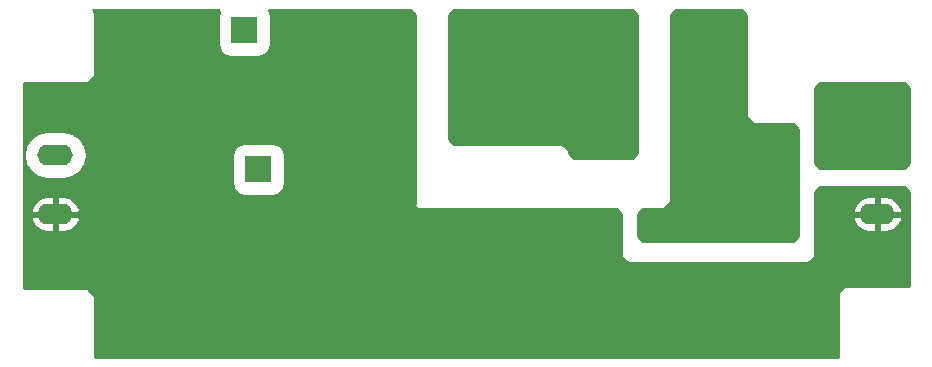
<source format=gbl>
G04 #@! TF.FileFunction,Copper,L2,Bot,Signal*
%FSLAX46Y46*%
G04 Gerber Fmt 4.6, Leading zero omitted, Abs format (unit mm)*
G04 Created by KiCad (PCBNEW 0.201602020917+6532~42~ubuntu15.04.1-product) date Fri 12 Feb 2016 04:20:17 PM EST*
%MOMM*%
G01*
G04 APERTURE LIST*
%ADD10C,0.100000*%
%ADD11O,3.000000X1.750000*%
%ADD12R,2.235200X2.235200*%
%ADD13C,1.000000*%
%ADD14C,0.250000*%
%ADD15C,0.254000*%
G04 APERTURE END LIST*
D10*
D11*
X105200000Y-75400000D03*
X105200000Y-80400000D03*
X35600000Y-75400000D03*
X35600000Y-80400000D03*
D12*
X51600000Y-64800000D03*
X52800000Y-76600000D03*
D13*
X87000000Y-89200000D03*
X85600000Y-89200000D03*
X62400000Y-77200000D03*
X60800000Y-77200000D03*
X62400000Y-74400000D03*
X60800000Y-74400000D03*
X61635000Y-75800000D03*
X97800000Y-85200000D03*
X96000000Y-85200000D03*
X91800000Y-85200000D03*
X90200000Y-85200000D03*
X75000000Y-83000000D03*
X75000000Y-81200000D03*
X46664275Y-80659155D03*
X48750370Y-80576976D03*
X41727936Y-80617757D03*
X43833714Y-80576195D03*
X96311650Y-76496480D03*
X97746271Y-76467202D03*
X91600000Y-77200000D03*
X90200000Y-77200000D03*
X88600000Y-73600000D03*
X88600000Y-71600000D03*
X88600000Y-69600000D03*
X88600000Y-67800000D03*
X88600000Y-66000000D03*
X87200000Y-80600000D03*
X85800000Y-80600000D03*
X69400000Y-73200000D03*
X69400000Y-70800000D03*
X69400000Y-65800000D03*
X69400000Y-68400000D03*
X78000000Y-73200000D03*
X78000000Y-70800000D03*
X78000000Y-65800000D03*
X78000000Y-68400000D03*
X76000000Y-65800000D03*
X73600000Y-65800000D03*
X71400000Y-65800000D03*
X76000000Y-70800000D03*
X71400000Y-70800000D03*
X76000000Y-73200000D03*
X73600000Y-73200000D03*
X71400000Y-73200000D03*
X76000000Y-68400000D03*
X73600000Y-68400000D03*
X71400000Y-68400000D03*
X73600000Y-70800000D03*
D14*
X96340928Y-76467202D02*
X96311650Y-76496480D01*
X97746271Y-76467202D02*
X96340928Y-76467202D01*
X90200000Y-77200000D02*
X91600000Y-77200000D01*
X88600000Y-69600000D02*
X88600000Y-71600000D01*
X88600000Y-66000000D02*
X88600000Y-67800000D01*
X85800000Y-80600000D02*
X87200000Y-80600000D01*
D15*
G36*
X94073000Y-63552606D02*
X94073000Y-72100000D01*
X94082667Y-72148601D01*
X94110197Y-72189803D01*
X94610197Y-72689803D01*
X94651399Y-72717333D01*
X94700000Y-72727000D01*
X98047394Y-72727000D01*
X98473000Y-73152606D01*
X98473000Y-82247394D01*
X98047394Y-82673000D01*
X85352606Y-82673000D01*
X84927000Y-82247394D01*
X84927000Y-80352606D01*
X85352606Y-79927000D01*
X87100000Y-79927000D01*
X87148601Y-79917333D01*
X87189803Y-79889803D01*
X87689803Y-79389803D01*
X87717333Y-79348601D01*
X87727000Y-79300000D01*
X87727000Y-63552606D01*
X88152606Y-63127000D01*
X93647394Y-63127000D01*
X94073000Y-63552606D01*
X94073000Y-63552606D01*
G37*
X94073000Y-63552606D02*
X94073000Y-72100000D01*
X94082667Y-72148601D01*
X94110197Y-72189803D01*
X94610197Y-72689803D01*
X94651399Y-72717333D01*
X94700000Y-72727000D01*
X98047394Y-72727000D01*
X98473000Y-73152606D01*
X98473000Y-82247394D01*
X98047394Y-82673000D01*
X85352606Y-82673000D01*
X84927000Y-82247394D01*
X84927000Y-80352606D01*
X85352606Y-79927000D01*
X87100000Y-79927000D01*
X87148601Y-79917333D01*
X87189803Y-79889803D01*
X87689803Y-79389803D01*
X87717333Y-79348601D01*
X87727000Y-79300000D01*
X87727000Y-63552606D01*
X88152606Y-63127000D01*
X93647394Y-63127000D01*
X94073000Y-63552606D01*
G36*
X84872172Y-63552469D02*
X84854651Y-75247262D01*
X84428274Y-75673000D01*
X79533429Y-75673000D01*
X79107823Y-75247394D01*
X79107823Y-75100000D01*
X79098156Y-75051399D01*
X79070626Y-75010197D01*
X78570626Y-74510197D01*
X78529424Y-74482667D01*
X78480823Y-74473000D01*
X69352606Y-74473000D01*
X68927000Y-74047394D01*
X68927000Y-63552606D01*
X69352606Y-63127000D01*
X84447339Y-63127000D01*
X84872172Y-63552469D01*
X84872172Y-63552469D01*
G37*
X84872172Y-63552469D02*
X84854651Y-75247262D01*
X84428274Y-75673000D01*
X79533429Y-75673000D01*
X79107823Y-75247394D01*
X79107823Y-75100000D01*
X79098156Y-75051399D01*
X79070626Y-75010197D01*
X78570626Y-74510197D01*
X78529424Y-74482667D01*
X78480823Y-74473000D01*
X69352606Y-74473000D01*
X68927000Y-74047394D01*
X68927000Y-63552606D01*
X69352606Y-63127000D01*
X84447339Y-63127000D01*
X84872172Y-63552469D01*
D14*
G36*
X49440296Y-63217072D02*
X49422673Y-63243447D01*
X49335360Y-63682400D01*
X49335360Y-65917600D01*
X49422673Y-66356553D01*
X49671320Y-66728680D01*
X50043447Y-66977327D01*
X50482400Y-67064640D01*
X52717600Y-67064640D01*
X53156553Y-66977327D01*
X53182928Y-66959704D01*
X66111612Y-79888388D01*
X66152165Y-79915485D01*
X66200000Y-79925000D01*
X83048224Y-79925000D01*
X83475000Y-80351776D01*
X83475000Y-83900000D01*
X83484515Y-83947835D01*
X83511612Y-83988388D01*
X84011612Y-84488388D01*
X84052165Y-84515485D01*
X84100000Y-84525000D01*
X99300000Y-84525000D01*
X99347835Y-84515485D01*
X99388388Y-84488388D01*
X99888388Y-83988388D01*
X99915485Y-83947835D01*
X99925000Y-83900000D01*
X99925000Y-80761194D01*
X103119136Y-80761194D01*
X103139815Y-80854844D01*
X103423123Y-81369443D01*
X103881794Y-81736453D01*
X104446000Y-81900000D01*
X105071000Y-81900000D01*
X105071000Y-80529000D01*
X105329000Y-80529000D01*
X105329000Y-81900000D01*
X105954000Y-81900000D01*
X106518206Y-81736453D01*
X106976877Y-81369443D01*
X107260185Y-80854844D01*
X107280864Y-80761194D01*
X107162544Y-80529000D01*
X105329000Y-80529000D01*
X105071000Y-80529000D01*
X103237456Y-80529000D01*
X103119136Y-80761194D01*
X99925000Y-80761194D01*
X99925000Y-80038806D01*
X103119136Y-80038806D01*
X103237456Y-80271000D01*
X105071000Y-80271000D01*
X105071000Y-78900000D01*
X105329000Y-78900000D01*
X105329000Y-80271000D01*
X107162544Y-80271000D01*
X107280864Y-80038806D01*
X107260185Y-79945156D01*
X106976877Y-79430557D01*
X106518206Y-79063547D01*
X105954000Y-78900000D01*
X105329000Y-78900000D01*
X105071000Y-78900000D01*
X104446000Y-78900000D01*
X103881794Y-79063547D01*
X103423123Y-79430557D01*
X103139815Y-79945156D01*
X103119136Y-80038806D01*
X99925000Y-80038806D01*
X99925000Y-78551776D01*
X100351776Y-78125000D01*
X107448224Y-78125000D01*
X107875000Y-78551776D01*
X107875000Y-86475000D01*
X102500000Y-86475000D01*
X102452165Y-86484515D01*
X102411612Y-86511612D01*
X101911612Y-87011612D01*
X101884515Y-87052165D01*
X101875000Y-87100000D01*
X101875000Y-92475000D01*
X38925000Y-92475000D01*
X38925000Y-87300000D01*
X38915485Y-87252165D01*
X38888388Y-87211612D01*
X38388388Y-86711612D01*
X38347835Y-86684515D01*
X38300000Y-86675000D01*
X32925000Y-86675000D01*
X32925000Y-80761194D01*
X33519136Y-80761194D01*
X33539815Y-80854844D01*
X33823123Y-81369443D01*
X34281794Y-81736453D01*
X34846000Y-81900000D01*
X35471000Y-81900000D01*
X35471000Y-80529000D01*
X35729000Y-80529000D01*
X35729000Y-81900000D01*
X36354000Y-81900000D01*
X36918206Y-81736453D01*
X37376877Y-81369443D01*
X37660185Y-80854844D01*
X37680864Y-80761194D01*
X37562544Y-80529000D01*
X35729000Y-80529000D01*
X35471000Y-80529000D01*
X33637456Y-80529000D01*
X33519136Y-80761194D01*
X32925000Y-80761194D01*
X32925000Y-80038806D01*
X33519136Y-80038806D01*
X33637456Y-80271000D01*
X35471000Y-80271000D01*
X35471000Y-78900000D01*
X35729000Y-78900000D01*
X35729000Y-80271000D01*
X37562544Y-80271000D01*
X37680864Y-80038806D01*
X37660185Y-79945156D01*
X37376877Y-79430557D01*
X36918206Y-79063547D01*
X36354000Y-78900000D01*
X35729000Y-78900000D01*
X35471000Y-78900000D01*
X34846000Y-78900000D01*
X34281794Y-79063547D01*
X33823123Y-79430557D01*
X33539815Y-79945156D01*
X33519136Y-80038806D01*
X32925000Y-80038806D01*
X32925000Y-75407174D01*
X33075814Y-76165367D01*
X33509359Y-76814214D01*
X34158206Y-77247759D01*
X34923573Y-77400000D01*
X36276427Y-77400000D01*
X37041794Y-77247759D01*
X37690641Y-76814214D01*
X38124186Y-76165367D01*
X38260036Y-75482400D01*
X50535360Y-75482400D01*
X50535360Y-77717600D01*
X50622673Y-78156553D01*
X50871320Y-78528680D01*
X51243447Y-78777327D01*
X51682400Y-78864640D01*
X53917600Y-78864640D01*
X54356553Y-78777327D01*
X54728680Y-78528680D01*
X54977327Y-78156553D01*
X55064640Y-77717600D01*
X55064640Y-75482400D01*
X54977327Y-75043447D01*
X54728680Y-74671320D01*
X54356553Y-74422673D01*
X53917600Y-74335360D01*
X51682400Y-74335360D01*
X51243447Y-74422673D01*
X50871320Y-74671320D01*
X50622673Y-75043447D01*
X50535360Y-75482400D01*
X38260036Y-75482400D01*
X38276427Y-75400000D01*
X38124186Y-74634633D01*
X37690641Y-73985786D01*
X37041794Y-73552241D01*
X36276427Y-73400000D01*
X34923573Y-73400000D01*
X34158206Y-73552241D01*
X33509359Y-73985786D01*
X33075814Y-74634633D01*
X32925000Y-75392826D01*
X32925000Y-69325000D01*
X38300000Y-69325000D01*
X38347835Y-69315485D01*
X38388388Y-69288388D01*
X38888388Y-68788388D01*
X38915485Y-68747835D01*
X38925000Y-68700000D01*
X38925000Y-63300000D01*
X38915485Y-63252165D01*
X38888388Y-63211612D01*
X38801776Y-63125000D01*
X49348224Y-63125000D01*
X49440296Y-63217072D01*
X49440296Y-63217072D01*
G37*
X49440296Y-63217072D02*
X49422673Y-63243447D01*
X49335360Y-63682400D01*
X49335360Y-65917600D01*
X49422673Y-66356553D01*
X49671320Y-66728680D01*
X50043447Y-66977327D01*
X50482400Y-67064640D01*
X52717600Y-67064640D01*
X53156553Y-66977327D01*
X53182928Y-66959704D01*
X66111612Y-79888388D01*
X66152165Y-79915485D01*
X66200000Y-79925000D01*
X83048224Y-79925000D01*
X83475000Y-80351776D01*
X83475000Y-83900000D01*
X83484515Y-83947835D01*
X83511612Y-83988388D01*
X84011612Y-84488388D01*
X84052165Y-84515485D01*
X84100000Y-84525000D01*
X99300000Y-84525000D01*
X99347835Y-84515485D01*
X99388388Y-84488388D01*
X99888388Y-83988388D01*
X99915485Y-83947835D01*
X99925000Y-83900000D01*
X99925000Y-80761194D01*
X103119136Y-80761194D01*
X103139815Y-80854844D01*
X103423123Y-81369443D01*
X103881794Y-81736453D01*
X104446000Y-81900000D01*
X105071000Y-81900000D01*
X105071000Y-80529000D01*
X105329000Y-80529000D01*
X105329000Y-81900000D01*
X105954000Y-81900000D01*
X106518206Y-81736453D01*
X106976877Y-81369443D01*
X107260185Y-80854844D01*
X107280864Y-80761194D01*
X107162544Y-80529000D01*
X105329000Y-80529000D01*
X105071000Y-80529000D01*
X103237456Y-80529000D01*
X103119136Y-80761194D01*
X99925000Y-80761194D01*
X99925000Y-80038806D01*
X103119136Y-80038806D01*
X103237456Y-80271000D01*
X105071000Y-80271000D01*
X105071000Y-78900000D01*
X105329000Y-78900000D01*
X105329000Y-80271000D01*
X107162544Y-80271000D01*
X107280864Y-80038806D01*
X107260185Y-79945156D01*
X106976877Y-79430557D01*
X106518206Y-79063547D01*
X105954000Y-78900000D01*
X105329000Y-78900000D01*
X105071000Y-78900000D01*
X104446000Y-78900000D01*
X103881794Y-79063547D01*
X103423123Y-79430557D01*
X103139815Y-79945156D01*
X103119136Y-80038806D01*
X99925000Y-80038806D01*
X99925000Y-78551776D01*
X100351776Y-78125000D01*
X107448224Y-78125000D01*
X107875000Y-78551776D01*
X107875000Y-86475000D01*
X102500000Y-86475000D01*
X102452165Y-86484515D01*
X102411612Y-86511612D01*
X101911612Y-87011612D01*
X101884515Y-87052165D01*
X101875000Y-87100000D01*
X101875000Y-92475000D01*
X38925000Y-92475000D01*
X38925000Y-87300000D01*
X38915485Y-87252165D01*
X38888388Y-87211612D01*
X38388388Y-86711612D01*
X38347835Y-86684515D01*
X38300000Y-86675000D01*
X32925000Y-86675000D01*
X32925000Y-80761194D01*
X33519136Y-80761194D01*
X33539815Y-80854844D01*
X33823123Y-81369443D01*
X34281794Y-81736453D01*
X34846000Y-81900000D01*
X35471000Y-81900000D01*
X35471000Y-80529000D01*
X35729000Y-80529000D01*
X35729000Y-81900000D01*
X36354000Y-81900000D01*
X36918206Y-81736453D01*
X37376877Y-81369443D01*
X37660185Y-80854844D01*
X37680864Y-80761194D01*
X37562544Y-80529000D01*
X35729000Y-80529000D01*
X35471000Y-80529000D01*
X33637456Y-80529000D01*
X33519136Y-80761194D01*
X32925000Y-80761194D01*
X32925000Y-80038806D01*
X33519136Y-80038806D01*
X33637456Y-80271000D01*
X35471000Y-80271000D01*
X35471000Y-78900000D01*
X35729000Y-78900000D01*
X35729000Y-80271000D01*
X37562544Y-80271000D01*
X37680864Y-80038806D01*
X37660185Y-79945156D01*
X37376877Y-79430557D01*
X36918206Y-79063547D01*
X36354000Y-78900000D01*
X35729000Y-78900000D01*
X35471000Y-78900000D01*
X34846000Y-78900000D01*
X34281794Y-79063547D01*
X33823123Y-79430557D01*
X33539815Y-79945156D01*
X33519136Y-80038806D01*
X32925000Y-80038806D01*
X32925000Y-75407174D01*
X33075814Y-76165367D01*
X33509359Y-76814214D01*
X34158206Y-77247759D01*
X34923573Y-77400000D01*
X36276427Y-77400000D01*
X37041794Y-77247759D01*
X37690641Y-76814214D01*
X38124186Y-76165367D01*
X38260036Y-75482400D01*
X50535360Y-75482400D01*
X50535360Y-77717600D01*
X50622673Y-78156553D01*
X50871320Y-78528680D01*
X51243447Y-78777327D01*
X51682400Y-78864640D01*
X53917600Y-78864640D01*
X54356553Y-78777327D01*
X54728680Y-78528680D01*
X54977327Y-78156553D01*
X55064640Y-77717600D01*
X55064640Y-75482400D01*
X54977327Y-75043447D01*
X54728680Y-74671320D01*
X54356553Y-74422673D01*
X53917600Y-74335360D01*
X51682400Y-74335360D01*
X51243447Y-74422673D01*
X50871320Y-74671320D01*
X50622673Y-75043447D01*
X50535360Y-75482400D01*
X38260036Y-75482400D01*
X38276427Y-75400000D01*
X38124186Y-74634633D01*
X37690641Y-73985786D01*
X37041794Y-73552241D01*
X36276427Y-73400000D01*
X34923573Y-73400000D01*
X34158206Y-73552241D01*
X33509359Y-73985786D01*
X33075814Y-74634633D01*
X32925000Y-75392826D01*
X32925000Y-69325000D01*
X38300000Y-69325000D01*
X38347835Y-69315485D01*
X38388388Y-69288388D01*
X38888388Y-68788388D01*
X38915485Y-68747835D01*
X38925000Y-68700000D01*
X38925000Y-63300000D01*
X38915485Y-63252165D01*
X38888388Y-63211612D01*
X38801776Y-63125000D01*
X49348224Y-63125000D01*
X49440296Y-63217072D01*
G36*
X66075000Y-63551776D02*
X66075000Y-79498224D01*
X53394867Y-66818091D01*
X53528680Y-66728680D01*
X53777327Y-66356553D01*
X53864640Y-65917600D01*
X53864640Y-63682400D01*
X53777327Y-63243447D01*
X53698183Y-63125000D01*
X65648224Y-63125000D01*
X66075000Y-63551776D01*
X66075000Y-63551776D01*
G37*
X66075000Y-63551776D02*
X66075000Y-79498224D01*
X53394867Y-66818091D01*
X53528680Y-66728680D01*
X53777327Y-66356553D01*
X53864640Y-65917600D01*
X53864640Y-63682400D01*
X53777327Y-63243447D01*
X53698183Y-63125000D01*
X65648224Y-63125000D01*
X66075000Y-63551776D01*
G36*
X107875000Y-69751776D02*
X107875000Y-76048224D01*
X107448224Y-76475000D01*
X100351776Y-76475000D01*
X99925000Y-76048224D01*
X99925000Y-69751776D01*
X100351776Y-69325000D01*
X107448224Y-69325000D01*
X107875000Y-69751776D01*
X107875000Y-69751776D01*
G37*
X107875000Y-69751776D02*
X107875000Y-76048224D01*
X107448224Y-76475000D01*
X100351776Y-76475000D01*
X99925000Y-76048224D01*
X99925000Y-69751776D01*
X100351776Y-69325000D01*
X107448224Y-69325000D01*
X107875000Y-69751776D01*
M02*

</source>
